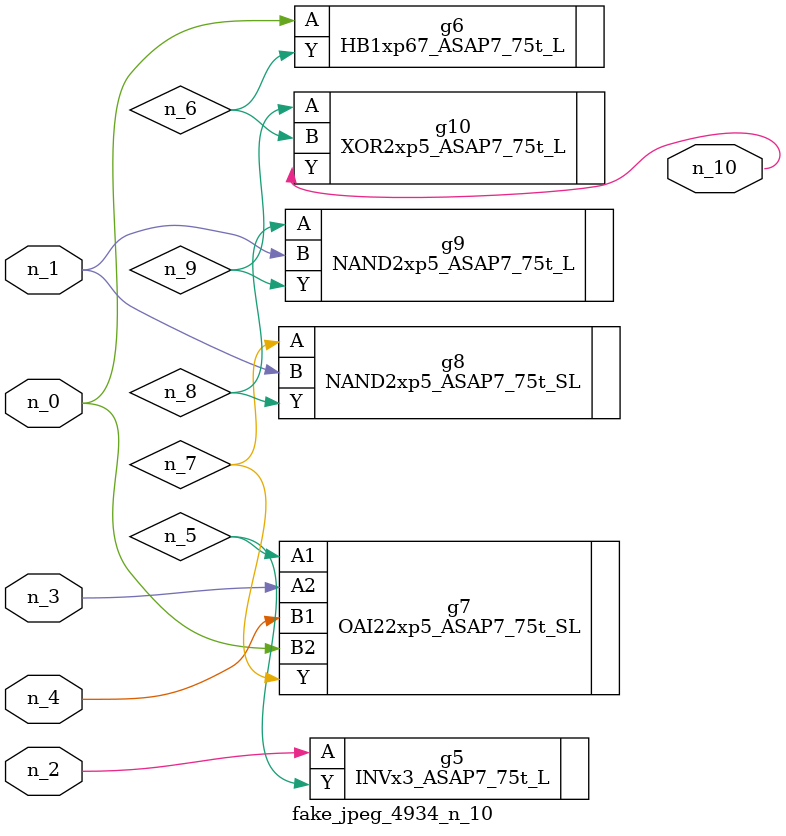
<source format=v>
module fake_jpeg_4934_n_10 (n_3, n_2, n_1, n_0, n_4, n_10);

input n_3;
input n_2;
input n_1;
input n_0;
input n_4;

output n_10;

wire n_8;
wire n_9;
wire n_6;
wire n_5;
wire n_7;

INVx3_ASAP7_75t_L g5 ( 
.A(n_2),
.Y(n_5)
);

HB1xp67_ASAP7_75t_L g6 ( 
.A(n_0),
.Y(n_6)
);

OAI22xp5_ASAP7_75t_SL g7 ( 
.A1(n_5),
.A2(n_3),
.B1(n_4),
.B2(n_0),
.Y(n_7)
);

NAND2xp5_ASAP7_75t_SL g8 ( 
.A(n_7),
.B(n_1),
.Y(n_8)
);

NAND2xp5_ASAP7_75t_L g9 ( 
.A(n_8),
.B(n_1),
.Y(n_9)
);

XOR2xp5_ASAP7_75t_L g10 ( 
.A(n_9),
.B(n_6),
.Y(n_10)
);


endmodule
</source>
